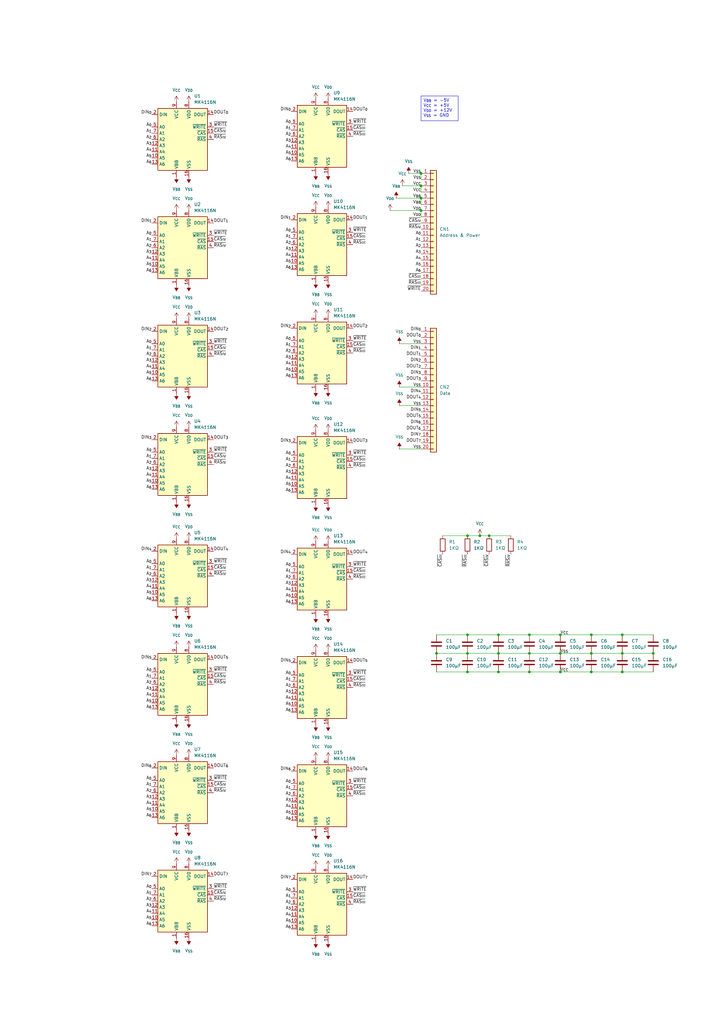
<source format=kicad_sch>
(kicad_sch (version 20250114) (generator "eeschema") (generator_version "9.0")
  (paper "A3" portrait)
  (title_block (title "Sharp MZ-80B Internal RAM Expansion") (date "7/FEB/2026") (rev "A") (company "Brett Hallen") (comment 4 "Redrawn from Service Manual schematic"))
  (lib_symbols
    (symbol "Connector_Generic:Conn_01x20" (pin_names (offset 1.016) (hide yes))
      (property "Reference" "J" (at 0 25.4 0))
      (property "Value" "Conn_01x20" (at 0 -27.94 0))
      (symbol "Conn_01x20_1_1"
        (pin passive line (at -5.08 22.86 0) (length 3.81) (name "Pin_1") (number "1"))
        (pin passive line (at -5.08 20.32 0) (length 3.81) (name "Pin_2") (number "2"))
        (pin passive line (at -5.08 17.78 0) (length 3.81) (name "Pin_3") (number "3"))
        (pin passive line (at -5.08 15.24 0) (length 3.81) (name "Pin_4") (number "4"))
        (pin passive line (at -5.08 12.7 0) (length 3.81) (name "Pin_5") (number "5"))
        (pin passive line (at -5.08 10.16 0) (length 3.81) (name "Pin_6") (number "6"))
        (pin passive line (at -5.08 7.62 0) (length 3.81) (name "Pin_7") (number "7"))
        (pin passive line (at -5.08 5.08 0) (length 3.81) (name "Pin_8") (number "8"))
        (pin passive line (at -5.08 2.54 0) (length 3.81) (name "Pin_9") (number "9"))
        (pin passive line (at -5.08 0 0) (length 3.81) (name "Pin_10") (number "10"))
        (pin passive line (at -5.08 -2.54 0) (length 3.81) (name "Pin_11") (number "11"))
        (pin passive line (at -5.08 -5.08 0) (length 3.81) (name "Pin_12") (number "12"))
        (pin passive line (at -5.08 -7.62 0) (length 3.81) (name "Pin_13") (number "13"))
        (pin passive line (at -5.08 -10.16 0) (length 3.81) (name "Pin_14") (number "14"))
        (pin passive line (at -5.08 -12.7 0) (length 3.81) (name "Pin_15") (number "15"))
        (pin passive line (at -5.08 -15.24 0) (length 3.81) (name "Pin_16") (number "16"))
        (pin passive line (at -5.08 -17.78 0) (length 3.81) (name "Pin_17") (number "17"))
        (pin passive line (at -5.08 -20.32 0) (length 3.81) (name "Pin_18") (number "18"))
        (pin passive line (at -5.08 -22.86 0) (length 3.81) (name "Pin_19") (number "19"))
        (pin passive line (at -5.08 -25.4 0) (length 3.81) (name "Pin_20") (number "20"))
      )
    )
    (symbol "Device:C" (pin_numbers (hide yes)) (pin_names (offset 0.254))
      (property "Reference" "C" (at 0.635 2.54 0))
      (property "Value" "C" (at 0.635 -2.54 0))
      (symbol "C_1_1"
        (pin passive line (at 0 3.81 270) (length 2.794) (name "~") (number "1"))
        (pin passive line (at 0 -3.81 90) (length 2.794) (name "~") (number "2"))
      )
    )
    (symbol "Device:R" (pin_numbers (hide yes)) (pin_names (offset 0))
      (property "Reference" "R" (at 2.032 0 90))
      (property "Value" "R" (at 0 0 90))
      (symbol "R_1_1"
        (pin passive line (at 0 3.81 270) (length 1.27) (name "~") (number "1"))
        (pin passive line (at 0 -3.81 90) (length 1.27) (name "~") (number "2"))
      )
    )
    (symbol "Memory_RAM:MK4116N"
      (property "Reference" "U" (at -10.16 13.335 0))
      (property "Value" "MK4116N" (at 5.08 13.716 0))
      (symbol "MK4116N_0_0"
        (pin power_in line (at -2.54 15.24 270) (length 2.54) (name "VCC") (number "9"))
        (pin power_in line (at -2.54 -15.24 90) (length 2.54) (name "VBB") (number "1"))
        (pin power_in line (at 2.54 15.24 270) (length 2.54) (name "VDD") (number "8"))
        (pin power_in line (at 2.54 -15.24 90) (length 2.54) (name "VSS") (number "16"))
      )
      (symbol "MK4116N_1_1"
        (pin input line (at -12.7 10.16 0) (length 2.54) (name "DIN") (number "2"))
        (pin input line (at -12.7 5.08 0) (length 2.54) (name "A0") (number "5"))
        (pin input line (at -12.7 2.54 0) (length 2.54) (name "A1") (number "7"))
        (pin input line (at -12.7 0 0) (length 2.54) (name "A2") (number "6"))
        (pin input line (at -12.7 -2.54 0) (length 2.54) (name "A3") (number "12"))
        (pin input line (at -12.7 -5.08 0) (length 2.54) (name "A4") (number "11"))
        (pin input line (at -12.7 -7.62 0) (length 2.54) (name "A5") (number "10"))
        (pin input line (at -12.7 -10.16 0) (length 2.54) (name "A6") (number "13"))
        (pin tri_state line (at 12.7 10.16 180) (length 2.54) (name "DOUT") (number "14"))
        (pin input line (at 12.7 5.08 180) (length 2.54) (name "~{WRITE}") (number "3"))
        (pin input line (at 12.7 2.54 180) (length 2.54) (name "~{CAS}") (number "15"))
        (pin input line (at 12.7 0 180) (length 2.54) (name "~{RAS}") (number "4"))
      )
    )
    (symbol "power:VCC" (power) (pin_numbers (hide yes)) (pin_names (offset 0) (hide yes))
      (property "Value" "VCC" (at 0 3.556 0))
      (symbol "VCC_1_1"
        (pin power_in line (at 0 0 90) (length 0) (name "~") (number "1"))
      )
    )
    (symbol "power:VDD" (power) (pin_numbers (hide yes)) (pin_names (offset 0) (hide yes))
      (property "Value" "VDD" (at 0 3.556 0))
      (symbol "VDD_1_1"
        (pin power_in line (at 0 0 90) (length 0) (name "~") (number "1"))
      )
    )
    (symbol "power:VSS" (power) (pin_numbers (hide yes)) (pin_names (offset 0) (hide yes))
      (property "Value" "VSS" (at 0 3.556 0))
      (symbol "VSS_1_1"
        (pin power_in line (at 0 0 90) (length 0) (name "~") (number "1"))
      )
    )
  )
  (text_box "V_{BB} = -5V\nV_{CC} = +5V\nV_{DD} = +12V\nV_{SS} = GND" (at 172.72 39.37 0) (size 15.24 10.16) (margins 0.9525 0.9525 0.9525 0.9525) (effects (font (size 1.27 1.27)) (justify left top)))
  (junction (at 255.27 267.97))
  (junction (at 191.77 267.97))
  (junction (at 229.87 275.59))
  (junction (at 242.57 260.35))
  (junction (at 196.85 219.71))
  (junction (at 191.77 260.35))
  (junction (at 179.07 267.97))
  (junction (at 172.72 81.28))
  (junction (at 191.77 219.71))
  (junction (at 267.97 267.97))
  (junction (at 172.72 76.2))
  (junction (at 242.57 275.59))
  (junction (at 229.87 260.35))
  (junction (at 217.17 260.35))
  (junction (at 172.72 86.36))
  (junction (at 204.47 275.59))
  (junction (at 255.27 275.59))
  (junction (at 229.87 267.97))
  (junction (at 217.17 275.59))
  (junction (at 217.17 267.97))
  (junction (at 200.66 219.71))
  (junction (at 204.47 267.97))
  (junction (at 172.72 71.12))
  (junction (at 191.77 275.59))
  (junction (at 204.47 260.35))
  (junction (at 242.57 267.97))
  (junction (at 255.27 260.35))
  (wire (pts (xy 172.72 81.28) (xy 172.72 83.82)))
  (wire (pts (xy 191.77 219.71) (xy 196.85 219.71)))
  (wire (pts (xy 165.1 76.2) (xy 172.72 76.2)))
  (wire (pts (xy 191.77 260.35) (xy 204.47 260.35)))
  (wire (pts (xy 229.87 275.59) (xy 242.57 275.59)))
  (wire (pts (xy 167.64 71.12) (xy 172.72 71.12)))
  (wire (pts (xy 179.07 275.59) (xy 191.77 275.59)))
  (wire (pts (xy 196.85 219.71) (xy 200.66 219.71)))
  (wire (pts (xy 242.57 267.97) (xy 255.27 267.97)))
  (wire (pts (xy 204.47 275.59) (xy 217.17 275.59)))
  (wire (pts (xy 217.17 267.97) (xy 229.87 267.97)))
  (wire (pts (xy 172.72 71.12) (xy 172.72 73.66)))
  (wire (pts (xy 204.47 267.97) (xy 217.17 267.97)))
  (wire (pts (xy 200.66 219.71) (xy 209.55 219.71)))
  (wire (pts (xy 255.27 260.35) (xy 267.97 260.35)))
  (wire (pts (xy 191.77 267.97) (xy 204.47 267.97)))
  (wire (pts (xy 163.83 140.97) (xy 172.72 140.97)))
  (wire (pts (xy 179.07 260.35) (xy 191.77 260.35)))
  (wire (pts (xy 242.57 260.35) (xy 255.27 260.35)))
  (wire (pts (xy 255.27 275.59) (xy 267.97 275.59)))
  (wire (pts (xy 172.72 86.36) (xy 172.72 88.9)))
  (wire (pts (xy 204.47 260.35) (xy 217.17 260.35)))
  (wire (pts (xy 191.77 275.59) (xy 204.47 275.59)))
  (wire (pts (xy 172.72 76.2) (xy 172.72 78.74)))
  (wire (pts (xy 163.83 184.15) (xy 172.72 184.15)))
  (wire (pts (xy 181.61 219.71) (xy 191.77 219.71)))
  (wire (pts (xy 242.57 275.59) (xy 255.27 275.59)))
  (wire (pts (xy 255.27 267.97) (xy 267.97 267.97)))
  (wire (pts (xy 217.17 275.59) (xy 229.87 275.59)))
  (wire (pts (xy 229.87 260.35) (xy 242.57 260.35)))
  (wire (pts (xy 162.56 81.28) (xy 172.72 81.28)))
  (wire (pts (xy 160.02 86.36) (xy 172.72 86.36)))
  (wire (pts (xy 163.83 158.75) (xy 172.72 158.75)))
  (wire (pts (xy 163.83 166.37) (xy 172.72 166.37)))
  (wire (pts (xy 229.87 267.97) (xy 242.57 267.97)))
  (wire (pts (xy 179.07 267.97) (xy 191.77 267.97)))
  (wire (pts (xy 217.17 260.35) (xy 229.87 260.35)))
  (label "A_{5}" (at 62.23 332.74 180))
  (label "A_{4}" (at 62.23 330.2 180))
  (label "~{RAS_{IV}}" (at 172.72 93.98 180))
  (label "A_{3}" (at 119.38 284.48 180))
  (label "V_{SS}" (at 172.72 140.97 180))
  (label "A_{3}" (at 119.38 102.87 180))
  (label "A_{3}" (at 62.23 148.59 180))
  (label "~{CAS_{III}}" (at 144.78 279.4 0))
  (label "DIN_{1}" (at 172.72 143.51 180))
  (label "DIN_{2}" (at 172.72 148.59 180))
  (label "A_{3}" (at 119.38 240.03 180))
  (label "~{WRITE}" (at 144.78 232.41 0))
  (label "~{WRITE}" (at 87.63 185.42 0))
  (label "~{WRITE}" (at 144.78 50.8 0))
  (label "~{RAS_{IV}}" (at 87.63 325.12 0))
  (label "A_{6}" (at 119.38 247.65 180))
  (label "~{RAS_{IV}}" (at 87.63 190.5 0))
  (label "~{WRITE}" (at 87.63 96.52 0))
  (label "~{CAS_{III}}" (at 144.78 53.34 0))
  (label "A_{2}" (at 119.38 237.49 180))
  (label "~{CAS_{IV}}" (at 87.63 367.03 0))
  (label "~{WRITE}" (at 144.78 139.7 0))
  (label "A_{1}" (at 62.23 278.13 180))
  (label "A_{4}" (at 62.23 374.65 180))
  (label "~{CAS_{III}}" (at 144.78 323.85 0))
  (label "V_{SS}" (at 229.87 267.97 0))
  (label "A_{5}" (at 62.23 243.84 180))
  (label "DOUT_{3}" (at 87.63 180.34 0))
  (label "A_{5}" (at 62.23 288.29 180))
  (label "A_{2}" (at 172.72 101.6 180))
  (label "DIN_{0}" (at 172.72 135.89 180))
  (label "~{CAS_{IV}}" (at 172.72 91.44 180))
  (label "~{WRITE}" (at 144.78 365.76 0))
  (label "DIN_{5}" (at 119.38 271.78 180))
  (label "A_{6}" (at 62.23 290.83 180))
  (label "A_{1}" (at 62.23 233.68 180))
  (label "V_{BB}" (at 172.72 83.82 180))
  (label "DOUT_{5}" (at 144.78 271.78 0))
  (label "~{WRITE}" (at 87.63 275.59 0))
  (label "A_{2}" (at 62.23 101.6 180))
  (label "V_{CC}" (at 229.87 260.35 0))
  (label "~{RAS_{III}}" (at 144.78 370.84 0))
  (label "A_{4}" (at 62.23 195.58 180))
  (label "A_{1}" (at 62.23 367.03 180))
  (label "DOUT_{5}" (at 172.72 171.45 180))
  (label "A_{2}" (at 62.23 236.22 180))
  (label "DOUT_{2}" (at 144.78 134.62 0))
  (label "DIN_{3}" (at 62.23 180.34 180))
  (label "DOUT_{5}" (at 87.63 270.51 0))
  (label "A_{1}" (at 62.23 187.96 180))
  (label "V_{CC}" (at 229.87 275.59 0))
  (label "A_{5}" (at 119.38 152.4 180))
  (label "DOUT_{1}" (at 172.72 146.05 180))
  (label "A_{1}" (at 62.23 322.58 180))
  (label "A_{1}" (at 62.23 99.06 180))
  (label "A_{1}" (at 62.23 54.61 180))
  (label "A_{4}" (at 119.38 287.02 180))
  (label "A_{2}" (at 62.23 57.15 180))
  (label "A_{6}" (at 62.23 111.76 180))
  (label "A_{1}" (at 119.38 189.23 180))
  (label "DIN_{7}" (at 172.72 179.07 180))
  (label "~{CAS_{III}}" (at 144.78 189.23 0))
  (label "DIN_{3}" (at 119.38 181.61 180))
  (label "A_{3}" (at 62.23 193.04 180))
  (label "A_{5}" (at 62.23 64.77 180))
  (label "~{CAS_{IV}}" (at 87.63 233.68 0))
  (label "A_{3}" (at 62.23 59.69 180))
  (label "~{WRITE}" (at 87.63 52.07 0))
  (label "A_{3}" (at 119.38 194.31 180))
  (label "~{RAS_{IV}}" (at 87.63 280.67 0))
  (label "~{CAS_{III}}" (at 144.78 142.24 0))
  (label "A_{6}" (at 119.38 336.55 180))
  (label "A_{0}" (at 62.23 364.49 180))
  (label "V_{CC}" (at 172.72 76.2 180))
  (label "V_{SS}" (at 172.72 184.15 180))
  (label "DOUT_{6}" (at 172.72 176.53 180))
  (label "A_{3}" (at 62.23 372.11 180))
  (label "DOUT_{0}" (at 172.72 138.43 180))
  (label "A_{4}" (at 119.38 105.41 180))
  (label "A_{2}" (at 119.38 144.78 180))
  (label "A_{6}" (at 62.23 335.28 180))
  (label "V_{SS}" (at 172.72 73.66 180))
  (label "~{CAS_{III}}" (at 144.78 368.3 0))
  (label "~{CAS_{III}}" (at 144.78 97.79 0))
  (label "A_{0}" (at 119.38 232.41 180))
  (label "A_{3}" (at 62.23 104.14 180))
  (label "A_{5}" (at 119.38 245.11 180))
  (label "DIN_{3}" (at 172.72 153.67 180))
  (label "A_{1}" (at 62.23 143.51 180))
  (label "A_{0}" (at 119.38 276.86 180))
  (label "A_{5}" (at 119.38 63.5 180))
  (label "~{WRITE}" (at 144.78 321.31 0))
  (label "A_{2}" (at 62.23 369.57 180))
  (label "DOUT_{7}" (at 172.72 181.61 180))
  (label "~{CAS_{IV}}" (at 87.63 99.06 0))
  (label "A_{0}" (at 119.38 50.8 180))
  (label "A_{4}" (at 62.23 285.75 180))
  (label "A_{5}" (at 172.72 109.22 180))
  (label "A_{3}" (at 172.72 104.14 180))
  (label "DIN_{0}" (at 62.23 46.99 180))
  (label "A_{0}" (at 62.23 185.42 180))
  (label "DOUT_{0}" (at 144.78 45.72 0))
  (label "A_{4}" (at 62.23 62.23 180))
  (label "V_{DD}" (at 172.72 86.36 180))
  (label "A_{3}" (at 119.38 373.38 180))
  (label "A_{6}" (at 119.38 292.1 180))
  (label "~{WRITE}" (at 172.72 119.38 180))
  (label "~{RAS_{III}}" (at 144.78 326.39 0))
  (label "DIN_{4}" (at 62.23 226.06 180))
  (label "A_{2}" (at 119.38 100.33 180))
  (label "~{CAS_{III}}" (at 181.61 227.33 270))
  (label "~{WRITE}" (at 144.78 186.69 0))
  (label "V_{DD}" (at 172.72 88.9 180))
  (label "~{RAS_{III}}" (at 144.78 100.33 0))
  (label "A_{6}" (at 172.72 111.76 180))
  (label "DOUT_{6}" (at 144.78 316.23 0))
  (label "A_{0}" (at 119.38 95.25 180))
  (label "A_{5}" (at 119.38 199.39 180))
  (label "~{WRITE}" (at 87.63 140.97 0))
  (label "A_{4}" (at 119.38 196.85 180))
  (label "A_{6}" (at 119.38 110.49 180))
  (label "~{WRITE}" (at 144.78 95.25 0))
  (label "~{RAS_{III}}" (at 191.77 227.33 270))
  (label "A_{6}" (at 62.23 67.31 180))
  (label "DOUT_{1}" (at 87.63 91.44 0))
  (label "A_{3}" (at 119.38 58.42 180))
  (label "DOUT_{3}" (at 144.78 181.61 0))
  (label "V_{SS}" (at 172.72 158.75 180))
  (label "DOUT_{4}" (at 144.78 227.33 0))
  (label "DIN_{1}" (at 62.23 91.44 180))
  (label "DIN_{2}" (at 62.23 135.89 180))
  (label "A_{5}" (at 119.38 289.56 180))
  (label "A_{5}" (at 119.38 378.46 180))
  (label "A_{1}" (at 119.38 53.34 180))
  (label "A_{2}" (at 119.38 191.77 180))
  (label "DIN_{6}" (at 62.23 314.96 180))
  (label "A_{0}" (at 119.38 365.76 180))
  (label "DOUT_{0}" (at 87.63 46.99 0))
  (label "A_{0}" (at 62.23 275.59 180))
  (label "A_{2}" (at 119.38 281.94 180))
  (label "A_{6}" (at 62.23 156.21 180))
  (label "~{CAS_{III}}" (at 172.72 114.3 180))
  (label "A_{4}" (at 172.72 106.68 180))
  (label "A_{3}" (at 119.38 328.93 180))
  (label "A_{4}" (at 119.38 331.47 180))
  (label "~{RAS_{III}}" (at 144.78 144.78 0))
  (label "~{RAS_{IV}}" (at 87.63 101.6 0))
  (label "A_{2}" (at 62.23 325.12 180))
  (label "A_{2}" (at 62.23 190.5 180))
  (label "A_{0}" (at 119.38 321.31 180))
  (label "~{CAS_{III}}" (at 144.78 234.95 0))
  (label "A_{0}" (at 119.38 139.7 180))
  (label "A_{0}" (at 62.23 231.14 180))
  (label "A_{1}" (at 172.72 99.06 180))
  (label "A_{1}" (at 119.38 97.79 180))
  (label "A_{6}" (at 119.38 381 180))
  (label "~{CAS_{IV}}" (at 87.63 278.13 0))
  (label "A_{1}" (at 119.38 323.85 180))
  (label "DIN_{4}" (at 119.38 227.33 180))
  (label "DIN_{7}" (at 119.38 360.68 180))
  (label "V_{CC}" (at 172.72 78.74 180))
  (label "A_{4}" (at 62.23 241.3 180))
  (label "A_{4}" (at 119.38 149.86 180))
  (label "DIN_{2}" (at 119.38 134.62 180))
  (label "DIN_{7}" (at 62.23 359.41 180))
  (label "A_{0}" (at 62.23 320.04 180))
  (label "~{RAS_{IV}}" (at 87.63 146.05 0))
  (label "A_{0}" (at 62.23 96.52 180))
  (label "A_{4}" (at 62.23 106.68 180))
  (label "~{WRITE}" (at 144.78 276.86 0))
  (label "~{RAS_{III}}" (at 144.78 237.49 0))
  (label "~{CAS_{IV}}" (at 87.63 322.58 0))
  (label "A_{4}" (at 119.38 242.57 180))
  (label "A_{4}" (at 119.38 60.96 180))
  (label "A_{1}" (at 119.38 142.24 180))
  (label "A_{2}" (at 119.38 370.84 180))
  (label "~{RAS_{III}}" (at 144.78 55.88 0))
  (label "A_{1}" (at 119.38 234.95 180))
  (label "DOUT_{2}" (at 172.72 151.13 180))
  (label "A_{5}" (at 62.23 198.12 180))
  (label "A_{3}" (at 62.23 283.21 180))
  (label "A_{0}" (at 172.72 96.52 180))
  (label "DOUT_{3}" (at 172.72 156.21 180))
  (label "~{RAS_{IV}}" (at 209.55 227.33 270))
  (label "~{CAS_{IV}}" (at 87.63 54.61 0))
  (label "A_{0}" (at 119.38 186.69 180))
  (label "DIN_{1}" (at 119.38 90.17 180))
  (label "~{CAS_{IV}}" (at 87.63 187.96 0))
  (label "DOUT_{7}" (at 87.63 359.41 0))
  (label "DOUT_{7}" (at 144.78 360.68 0))
  (label "A_{5}" (at 62.23 153.67 180))
  (label "~{WRITE}" (at 87.63 320.04 0))
  (label "DIN_{0}" (at 119.38 45.72 180))
  (label "A_{6}" (at 119.38 201.93 180))
  (label "A_{2}" (at 119.38 55.88 180))
  (label "DOUT_{4}" (at 87.63 226.06 0))
  (label "~{RAS_{IV}}" (at 87.63 369.57 0))
  (label "DOUT_{2}" (at 87.63 135.89 0))
  (label "~{WRITE}" (at 87.63 231.14 0))
  (label "~{RAS_{IV}}" (at 87.63 57.15 0))
  (label "~{CAS_{IV}}" (at 200.66 227.33 270))
  (label "DIN_{5}" (at 62.23 270.51 180))
  (label "A_{6}" (at 119.38 154.94 180))
  (label "~{RAS_{III}}" (at 144.78 281.94 0))
  (label "A_{3}" (at 62.23 238.76 180))
  (label "~{RAS_{III}}" (at 172.72 116.84 180))
  (label "DIN_{6}" (at 119.38 316.23 180))
  (label "V_{BB}" (at 172.72 81.28 180))
  (label "A_{6}" (at 62.23 379.73 180))
  (label "A_{2}" (at 62.23 146.05 180))
  (label "A_{1}" (at 119.38 279.4 180))
  (label "A_{4}" (at 62.23 151.13 180))
  (label "DIN_{5}" (at 172.72 168.91 180))
  (label "DOUT_{6}" (at 87.63 314.96 0))
  (label "~{RAS_{III}}" (at 144.78 191.77 0))
  (label "A_{0}" (at 62.23 140.97 180))
  (label "A_{5}" (at 119.38 334.01 180))
  (label "~{RAS_{IV}}" (at 87.63 236.22 0))
  (label "A_{4}" (at 119.38 375.92 180))
  (label "A_{3}" (at 62.23 327.66 180))
  (label "A_{2}" (at 119.38 326.39 180))
  (label "~{WRITE}" (at 87.63 364.49 0))
  (label "A_{6}" (at 62.23 200.66 180))
  (label "DIN_{6}" (at 172.72 173.99 180))
  (label "DIN_{4}" (at 172.72 161.29 180))
  (label "A_{3}" (at 119.38 147.32 180))
  (label "A_{6}" (at 119.38 66.04 180))
  (label "A_{5}" (at 62.23 377.19 180))
  (label "DOUT_{4}" (at 172.72 163.83 180))
  (label "A_{5}" (at 119.38 107.95 180))
  (label "A_{2}" (at 62.23 280.67 180))
  (label "DOUT_{1}" (at 144.78 90.17 0))
  (label "A_{0}" (at 62.23 52.07 180))
  (label "V_{SS}" (at 172.72 71.12 180))
  (label "A_{6}" (at 62.23 246.38 180))
  (label "A_{1}" (at 119.38 368.3 180))
  (label "V_{SS}" (at 172.72 166.37 180))
  (label "~{CAS_{IV}}" (at 87.63 143.51 0))
  (label "A_{5}" (at 62.23 109.22 180))
  (symbol (lib_id "power:VSS") (at 134.62 386.08 180) (unit 1)
    (property "Reference" "#PWR064" (effects (hide yes)))
    (property "Value" "V_{SS}" (at 134.62 391.16 0))
    (property "Description" "Power symbol creates a global label with name \"VSS\"" (effects (hide yes)))
  )
  (symbol (lib_id "Memory_RAM:MK4116N") (at 132.08 370.84 0) (unit 1)
    (property "Reference" "U16" (at 136.7633 353.06 0) (effects (justify left)))
    (property "Value" "MK4116N" (at 136.7633 355.6 0) (effects (justify left)))
    (property "Footprint" "Package_DIP:DIP-16_W7.62mm" (effects (hide yes)))
    (property "Datasheet" "https://deramp.com/downloads/mfe_archive/050-Component%20Specifications/Mostek/1980_Mostek_Memory_Data_Book_and_Designers_Guide.pdf#page=98" (effects (hide yes)))
    (property "Description" "16384 x 1 bit Dynamic RAM, 150/200/250ns access time, VBB -5V, VCC 5V, VDD 12V, ±10% tolerance on all power supplies, TTL compatible inputs, DIP-16 (Epoxy/Plastic package)" (effects (hide yes)))
  )
  (symbol (lib_id "Memory_RAM:MK4116N") (at 132.08 326.39 0) (unit 1)
    (property "Reference" "U15" (at 136.7633 308.61 0) (effects (justify left)))
    (property "Value" "MK4116N" (at 136.7633 311.15 0) (effects (justify left)))
    (property "Footprint" "Package_DIP:DIP-16_W7.62mm" (effects (hide yes)))
    (property "Datasheet" "https://deramp.com/downloads/mfe_archive/050-Component%20Specifications/Mostek/1980_Mostek_Memory_Data_Book_and_Designers_Guide.pdf#page=98" (effects (hide yes)))
    (property "Description" "16384 x 1 bit Dynamic RAM, 150/200/250ns access time, VBB -5V, VCC 5V, VDD 12V, ±10% tolerance on all power supplies, TTL compatible inputs, DIP-16 (Epoxy/Plastic package)" (effects (hide yes)))
  )
  (symbol (lib_id "power:VDD") (at 77.47 175.26 0) (unit 1)
    (property "Reference" "#PWR014" (effects (hide yes)))
    (property "Value" "V_{DD}" (at 77.47 170.18 0))
    (property "Description" "Power symbol creates a global label with name \"VDD\"" (effects (hide yes)))
  )
  (symbol (lib_id "Memory_RAM:MK4116N") (at 74.93 369.57 0) (unit 1)
    (property "Reference" "U8" (at 79.6133 351.79 0) (effects (justify left)))
    (property "Value" "MK4116N" (at 79.6133 354.33 0) (effects (justify left)))
    (property "Footprint" "Package_DIP:DIP-16_W7.62mm" (effects (hide yes)))
    (property "Datasheet" "https://deramp.com/downloads/mfe_archive/050-Component%20Specifications/Mostek/1980_Mostek_Memory_Data_Book_and_Designers_Guide.pdf#page=98" (effects (hide yes)))
    (property "Description" "16384 x 1 bit Dynamic RAM, 150/200/250ns access time, VBB -5V, VCC 5V, VDD 12V, ±10% tolerance on all power supplies, TTL compatible inputs, DIP-16 (Epoxy/Plastic package)" (effects (hide yes)))
  )
  (symbol (lib_id "power:VSS") (at 72.39 161.29 180) (unit 1)
    (property "Reference" "#PWR011" (effects (hide yes)))
    (property "Value" "V_{BB}" (at 72.39 166.37 0))
    (property "Description" "Power symbol creates a global label with name \"VSS\"" (effects (hide yes)))
  )
  (symbol (lib_id "power:VSS") (at 72.39 295.91 180) (unit 1)
    (property "Reference" "#PWR023" (effects (hide yes)))
    (property "Value" "V_{BB}" (at 72.39 300.99 0))
    (property "Description" "Power symbol creates a global label with name \"VSS\"" (effects (hide yes)))
  )
  (symbol (lib_id "power:VSS") (at 129.54 341.63 180) (unit 1)
    (property "Reference" "#PWR059" (effects (hide yes)))
    (property "Value" "V_{BB}" (at 129.54 346.71 0))
    (property "Description" "Power symbol creates a global label with name \"VSS\"" (effects (hide yes)))
  )
  (symbol (lib_id "power:VSS") (at 72.39 205.74 180) (unit 1)
    (property "Reference" "#PWR015" (effects (hide yes)))
    (property "Value" "V_{BB}" (at 72.39 210.82 0))
    (property "Description" "Power symbol creates a global label with name \"VSS\"" (effects (hide yes)))
  )
  (symbol (lib_id "power:VDD") (at 77.47 220.98 0) (unit 1)
    (property "Reference" "#PWR018" (effects (hide yes)))
    (property "Value" "V_{DD}" (at 77.47 215.9 0))
    (property "Description" "Power symbol creates a global label with name \"VDD\"" (effects (hide yes)))
  )
  (symbol (lib_id "power:VSS") (at 129.54 207.01 180) (unit 1)
    (property "Reference" "#PWR047" (effects (hide yes)))
    (property "Value" "V_{BB}" (at 129.54 212.09 0))
    (property "Description" "Power symbol creates a global label with name \"VSS\"" (effects (hide yes)))
  )
  (symbol (lib_id "power:VCC") (at 165.1 76.2 0) (unit 1)
    (property "Reference" "#PWR067" (effects (hide yes)))
    (property "Value" "V_{CC}" (at 165.1 71.12 0))
    (property "Description" "Power symbol creates a global label with name \"VCC\"" (effects (hide yes)))
  )
  (symbol (lib_id "power:VDD") (at 134.62 85.09 0) (unit 1)
    (property "Reference" "#PWR038" (effects (hide yes)))
    (property "Value" "V_{DD}" (at 134.62 80.01 0))
    (property "Description" "Power symbol creates a global label with name \"VDD\"" (effects (hide yes)))
  )
  (symbol (lib_id "Device:C") (at 191.77 271.78 0) (unit 1)
    (property "Reference" "C10" (at 195.58 270.5099 0) (effects (justify left)))
    (property "Value" "100µF" (at 195.58 273.0499 0) (effects (justify left)))
    (property "Footprint" "Capacitor_THT:C_Disc_D3.4mm_W2.1mm_P2.50mm" (effects (hide yes)))
    (property "Description" "Unpolarized capacitor" (effects (hide yes)))
  )
  (symbol (lib_id "Device:C") (at 217.17 271.78 0) (unit 1)
    (property "Reference" "C12" (at 220.98 270.5099 0) (effects (justify left)))
    (property "Value" "100µF" (at 220.98 273.0499 0) (effects (justify left)))
    (property "Footprint" "Capacitor_THT:C_Disc_D3.4mm_W2.1mm_P2.50mm" (effects (hide yes)))
    (property "Description" "Unpolarized capacitor" (effects (hide yes)))
  )
  (symbol (lib_id "Memory_RAM:MK4116N") (at 132.08 237.49 0) (unit 1)
    (property "Reference" "U13" (at 136.7633 219.71 0) (effects (justify left)))
    (property "Value" "MK4116N" (at 136.7633 222.25 0) (effects (justify left)))
    (property "Footprint" "Package_DIP:DIP-16_W7.62mm" (effects (hide yes)))
    (property "Datasheet" "https://deramp.com/downloads/mfe_archive/050-Component%20Specifications/Mostek/1980_Mostek_Memory_Data_Book_and_Designers_Guide.pdf#page=98" (effects (hide yes)))
    (property "Description" "16384 x 1 bit Dynamic RAM, 150/200/250ns access time, VBB -5V, VCC 5V, VDD 12V, ±10% tolerance on all power supplies, TTL compatible inputs, DIP-16 (Epoxy/Plastic package)" (effects (hide yes)))
  )
  (symbol (lib_id "Device:C") (at 255.27 271.78 0) (unit 1)
    (property "Reference" "C15" (at 259.08 270.5099 0) (effects (justify left)))
    (property "Value" "100µF" (at 259.08 273.0499 0) (effects (justify left)))
    (property "Footprint" "Capacitor_THT:C_Disc_D3.4mm_W2.1mm_P2.50mm" (effects (hide yes)))
    (property "Description" "Unpolarized capacitor" (effects (hide yes)))
  )
  (symbol (lib_id "Device:C") (at 267.97 264.16 0) (unit 1)
    (property "Reference" "C8" (at 271.78 262.8899 0) (effects (justify left)))
    (property "Value" "100µF" (at 271.78 265.4299 0) (effects (justify left)))
    (property "Footprint" "Capacitor_THT:C_Disc_D3.4mm_W2.1mm_P2.50mm" (effects (hide yes)))
    (property "Description" "Unpolarized capacitor" (effects (hide yes)))
  )
  (symbol (lib_id "Device:C") (at 179.07 264.16 0) (unit 1)
    (property "Reference" "C1" (at 182.88 262.8899 0) (effects (justify left)))
    (property "Value" "100µF" (at 182.88 265.4299 0) (effects (justify left)))
    (property "Footprint" "Capacitor_THT:C_Disc_D3.4mm_W2.1mm_P2.50mm" (effects (hide yes)))
    (property "Description" "Unpolarized capacitor" (effects (hide yes)))
  )
  (symbol (lib_id "power:VCC") (at 129.54 176.53 0) (unit 1)
    (property "Reference" "#PWR045" (effects (hide yes)))
    (property "Value" "V_{CC}" (at 129.54 171.45 0))
    (property "Description" "Power symbol creates a global label with name \"VCC\"" (effects (hide yes)))
  )
  (symbol (lib_id "power:VSS") (at 129.54 115.57 180) (unit 1)
    (property "Reference" "#PWR039" (effects (hide yes)))
    (property "Value" "V_{BB}" (at 129.54 120.65 0))
    (property "Description" "Power symbol creates a global label with name \"VSS\"" (effects (hide yes)))
  )
  (symbol (lib_id "power:VSS") (at 129.54 71.12 180) (unit 1)
    (property "Reference" "#PWR035" (effects (hide yes)))
    (property "Value" "V_{BB}" (at 129.54 76.2 0))
    (property "Description" "Power symbol creates a global label with name \"VSS\"" (effects (hide yes)))
  )
  (symbol (lib_id "power:VSS") (at 163.83 184.15 0) (unit 1)
    (property "Reference" "#PWR073" (effects (hide yes)))
    (property "Value" "V_{SS}" (at 163.83 179.07 0))
    (property "Description" "Power symbol creates a global label with name \"VSS\"" (effects (hide yes)))
  )
  (symbol (lib_id "power:VCC") (at 72.39 309.88 0) (unit 1)
    (property "Reference" "#PWR025" (effects (hide yes)))
    (property "Value" "V_{CC}" (at 72.39 304.8 0))
    (property "Description" "Power symbol creates a global label with name \"VCC\"" (effects (hide yes)))
  )
  (symbol (lib_id "Memory_RAM:MK4116N") (at 74.93 280.67 0) (unit 1)
    (property "Reference" "U6" (at 79.6133 262.89 0) (effects (justify left)))
    (property "Value" "MK4116N" (at 79.6133 265.43 0) (effects (justify left)))
    (property "Footprint" "Package_DIP:DIP-16_W7.62mm" (effects (hide yes)))
    (property "Datasheet" "https://deramp.com/downloads/mfe_archive/050-Component%20Specifications/Mostek/1980_Mostek_Memory_Data_Book_and_Designers_Guide.pdf#page=98" (effects (hide yes)))
    (property "Description" "16384 x 1 bit Dynamic RAM, 150/200/250ns access time, VBB -5V, VCC 5V, VDD 12V, ±10% tolerance on all power supplies, TTL compatible inputs, DIP-16 (Epoxy/Plastic package)" (effects (hide yes)))
  )
  (symbol (lib_id "power:VDD") (at 160.02 86.36 0) (unit 1)
    (property "Reference" "#PWR069" (effects (hide yes)))
    (property "Value" "V_{DD}" (at 160.02 81.28 0))
    (property "Description" "Power symbol creates a global label with name \"VDD\"" (effects (hide yes)))
  )
  (symbol (lib_id "Device:C") (at 204.47 271.78 0) (unit 1)
    (property "Reference" "C11" (at 208.28 270.5099 0) (effects (justify left)))
    (property "Value" "100µF" (at 208.28 273.0499 0) (effects (justify left)))
    (property "Footprint" "Capacitor_THT:C_Disc_D3.4mm_W2.1mm_P2.50mm" (effects (hide yes)))
    (property "Description" "Unpolarized capacitor" (effects (hide yes)))
  )
  (symbol (lib_id "power:VCC") (at 72.39 175.26 0) (unit 1)
    (property "Reference" "#PWR013" (effects (hide yes)))
    (property "Value" "V_{CC}" (at 72.39 170.18 0))
    (property "Description" "Power symbol creates a global label with name \"VCC\"" (effects (hide yes)))
  )
  (symbol (lib_id "power:VSS") (at 162.56 81.28 0) (unit 1)
    (property "Reference" "#PWR068" (effects (hide yes)))
    (property "Value" "V_{BB}" (at 162.56 76.2 0))
    (property "Description" "Power symbol creates a global label with name \"VSS\"" (effects (hide yes)))
  )
  (symbol (lib_id "power:VCC") (at 129.54 40.64 0) (unit 1)
    (property "Reference" "#PWR033" (effects (hide yes)))
    (property "Value" "V_{CC}" (at 129.54 35.56 0))
    (property "Description" "Power symbol creates a global label with name \"VCC\"" (effects (hide yes)))
  )
  (symbol (lib_id "Connector_Generic:Conn_01x20") (at 177.8 158.75 0) (unit 1)
    (property "Reference" "CN2" (at 180.34 158.7499 0) (effects (justify left)))
    (property "Value" "Data" (at 180.34 161.2899 0) (effects (justify left)))
    (property "Footprint" "Connector_PinHeader_2.54mm:PinHeader_1x20_P2.54mm_Vertical" (effects (hide yes)))
    (property "Description" "Generic connector, single row, 01x20, script generated (kicad-library-utils/schlib/autogen/connector/)" (effects (hide yes)))
  )
  (symbol (lib_id "power:VSS") (at 129.54 386.08 180) (unit 1)
    (property "Reference" "#PWR063" (effects (hide yes)))
    (property "Value" "V_{BB}" (at 129.54 391.16 0))
    (property "Description" "Power symbol creates a global label with name \"VSS\"" (effects (hide yes)))
  )
  (symbol (lib_id "power:VDD") (at 134.62 222.25 0) (unit 1)
    (property "Reference" "#PWR050" (effects (hide yes)))
    (property "Value" "V_{DD}" (at 134.62 217.17 0))
    (property "Description" "Power symbol creates a global label with name \"VDD\"" (effects (hide yes)))
  )
  (symbol (lib_id "power:VSS") (at 134.62 297.18 180) (unit 1)
    (property "Reference" "#PWR056" (effects (hide yes)))
    (property "Value" "V_{SS}" (at 134.62 302.26 0))
    (property "Description" "Power symbol creates a global label with name \"VSS\"" (effects (hide yes)))
  )
  (symbol (lib_id "power:VDD") (at 77.47 265.43 0) (unit 1)
    (property "Reference" "#PWR022" (effects (hide yes)))
    (property "Value" "V_{DD}" (at 77.47 260.35 0))
    (property "Description" "Power symbol creates a global label with name \"VDD\"" (effects (hide yes)))
  )
  (symbol (lib_id "Device:C") (at 179.07 271.78 0) (unit 1)
    (property "Reference" "C9" (at 182.88 270.5099 0) (effects (justify left)))
    (property "Value" "100µF" (at 182.88 273.0499 0) (effects (justify left)))
    (property "Footprint" "Capacitor_THT:C_Disc_D3.4mm_W2.1mm_P2.50mm" (effects (hide yes)))
    (property "Description" "Unpolarized capacitor" (effects (hide yes)))
  )
  (symbol (lib_id "power:VSS") (at 134.62 115.57 180) (unit 1)
    (property "Reference" "#PWR040" (effects (hide yes)))
    (property "Value" "V_{SS}" (at 134.62 120.65 0))
    (property "Description" "Power symbol creates a global label with name \"VSS\"" (effects (hide yes)))
  )
  (symbol (lib_id "Device:C") (at 267.97 271.78 0) (unit 1)
    (property "Reference" "C16" (at 271.78 270.5099 0) (effects (justify left)))
    (property "Value" "100µF" (at 271.78 273.0499 0) (effects (justify left)))
    (property "Footprint" "Capacitor_THT:C_Disc_D3.4mm_W2.1mm_P2.50mm" (effects (hide yes)))
    (property "Description" "Unpolarized capacitor" (effects (hide yes)))
  )
  (symbol (lib_id "power:VSS") (at 77.47 384.81 180) (unit 1)
    (property "Reference" "#PWR032" (effects (hide yes)))
    (property "Value" "V_{SS}" (at 77.47 389.89 0))
    (property "Description" "Power symbol creates a global label with name \"VSS\"" (effects (hide yes)))
  )
  (symbol (lib_id "power:VSS") (at 163.83 158.75 0) (unit 1)
    (property "Reference" "#PWR071" (effects (hide yes)))
    (property "Value" "V_{SS}" (at 163.83 153.67 0))
    (property "Description" "Power symbol creates a global label with name \"VSS\"" (effects (hide yes)))
  )
  (symbol (lib_id "power:VDD") (at 77.47 41.91 0) (unit 1)
    (property "Reference" "#PWR02" (effects (hide yes)))
    (property "Value" "V_{DD}" (at 77.47 36.83 0))
    (property "Description" "Power symbol creates a global label with name \"VDD\"" (effects (hide yes)))
  )
  (symbol (lib_id "power:VDD") (at 134.62 176.53 0) (unit 1)
    (property "Reference" "#PWR046" (effects (hide yes)))
    (property "Value" "V_{DD}" (at 134.62 171.45 0))
    (property "Description" "Power symbol creates a global label with name \"VDD\"" (effects (hide yes)))
  )
  (symbol (lib_id "power:VDD") (at 77.47 354.33 0) (unit 1)
    (property "Reference" "#PWR030" (effects (hide yes)))
    (property "Value" "V_{DD}" (at 77.47 349.25 0))
    (property "Description" "Power symbol creates a global label with name \"VDD\"" (effects (hide yes)))
  )
  (symbol (lib_id "Device:C") (at 217.17 264.16 0) (unit 1)
    (property "Reference" "C4" (at 220.98 262.8899 0) (effects (justify left)))
    (property "Value" "100µF" (at 220.98 265.4299 0) (effects (justify left)))
    (property "Footprint" "Capacitor_THT:C_Disc_D3.4mm_W2.1mm_P2.50mm" (effects (hide yes)))
    (property "Description" "Unpolarized capacitor" (effects (hide yes)))
  )
  (symbol (lib_id "Memory_RAM:MK4116N") (at 132.08 100.33 0) (unit 1)
    (property "Reference" "U10" (at 136.7633 82.55 0) (effects (justify left)))
    (property "Value" "MK4116N" (at 136.7633 85.09 0) (effects (justify left)))
    (property "Footprint" "Package_DIP:DIP-16_W7.62mm" (effects (hide yes)))
    (property "Datasheet" "https://deramp.com/downloads/mfe_archive/050-Component%20Specifications/Mostek/1980_Mostek_Memory_Data_Book_and_Designers_Guide.pdf#page=98" (effects (hide yes)))
    (property "Description" "16384 x 1 bit Dynamic RAM, 150/200/250ns access time, VBB -5V, VCC 5V, VDD 12V, ±10% tolerance on all power supplies, TTL compatible inputs, DIP-16 (Epoxy/Plastic package)" (effects (hide yes)))
  )
  (symbol (lib_id "power:VCC") (at 72.39 220.98 0) (unit 1)
    (property "Reference" "#PWR017" (effects (hide yes)))
    (property "Value" "V_{CC}" (at 72.39 215.9 0))
    (property "Description" "Power symbol creates a global label with name \"VCC\"" (effects (hide yes)))
  )
  (symbol (lib_id "power:VCC") (at 129.54 355.6 0) (unit 1)
    (property "Reference" "#PWR061" (effects (hide yes)))
    (property "Value" "V_{CC}" (at 129.54 350.52 0))
    (property "Description" "Power symbol creates a global label with name \"VCC\"" (effects (hide yes)))
  )
  (symbol (lib_id "power:VDD") (at 77.47 130.81 0) (unit 1)
    (property "Reference" "#PWR010" (effects (hide yes)))
    (property "Value" "V_{DD}" (at 77.47 125.73 0))
    (property "Description" "Power symbol creates a global label with name \"VDD\"" (effects (hide yes)))
  )
  (symbol (lib_id "power:VCC") (at 196.85 219.71 0) (unit 1)
    (property "Reference" "#PWR065" (effects (hide yes)))
    (property "Value" "V_{CC}" (at 196.85 214.63 0))
    (property "Description" "Power symbol creates a global label with name \"VCC\"" (effects (hide yes)))
  )
  (symbol (lib_id "Memory_RAM:MK4116N") (at 132.08 144.78 0) (unit 1)
    (property "Reference" "U11" (at 136.7633 127 0) (effects (justify left)))
    (property "Value" "MK4116N" (at 136.7633 129.54 0) (effects (justify left)))
    (property "Footprint" "Package_DIP:DIP-16_W7.62mm" (effects (hide yes)))
    (property "Datasheet" "https://deramp.com/downloads/mfe_archive/050-Component%20Specifications/Mostek/1980_Mostek_Memory_Data_Book_and_Designers_Guide.pdf#page=98" (effects (hide yes)))
    (property "Description" "16384 x 1 bit Dynamic RAM, 150/200/250ns access time, VBB -5V, VCC 5V, VDD 12V, ±10% tolerance on all power supplies, TTL compatible inputs, DIP-16 (Epoxy/Plastic package)" (effects (hide yes)))
  )
  (symbol (lib_id "power:VCC") (at 129.54 85.09 0) (unit 1)
    (property "Reference" "#PWR037" (effects (hide yes)))
    (property "Value" "V_{CC}" (at 129.54 80.01 0))
    (property "Description" "Power symbol creates a global label with name \"VCC\"" (effects (hide yes)))
  )
  (symbol (lib_id "Device:C") (at 229.87 271.78 0) (unit 1)
    (property "Reference" "C13" (at 233.68 270.5099 0) (effects (justify left)))
    (property "Value" "100µF" (at 233.68 273.0499 0) (effects (justify left)))
    (property "Footprint" "Capacitor_THT:C_Disc_D3.4mm_W2.1mm_P2.50mm" (effects (hide yes)))
    (property "Description" "Unpolarized capacitor" (effects (hide yes)))
  )
  (symbol (lib_id "power:VSS") (at 134.62 71.12 180) (unit 1)
    (property "Reference" "#PWR036" (effects (hide yes)))
    (property "Value" "V_{SS}" (at 134.62 76.2 0))
    (property "Description" "Power symbol creates a global label with name \"VSS\"" (effects (hide yes)))
  )
  (symbol (lib_id "Memory_RAM:MK4116N") (at 74.93 236.22 0) (unit 1)
    (property "Reference" "U5" (at 79.6133 218.44 0) (effects (justify left)))
    (property "Value" "MK4116N" (at 79.6133 220.98 0) (effects (justify left)))
    (property "Footprint" "Package_DIP:DIP-16_W7.62mm" (effects (hide yes)))
    (property "Datasheet" "https://deramp.com/downloads/mfe_archive/050-Component%20Specifications/Mostek/1980_Mostek_Memory_Data_Book_and_Designers_Guide.pdf#page=98" (effects (hide yes)))
    (property "Description" "16384 x 1 bit Dynamic RAM, 150/200/250ns access time, VBB -5V, VCC 5V, VDD 12V, ±10% tolerance on all power supplies, TTL compatible inputs, DIP-16 (Epoxy/Plastic package)" (effects (hide yes)))
  )
  (symbol (lib_id "power:VSS") (at 129.54 160.02 180) (unit 1)
    (property "Reference" "#PWR043" (effects (hide yes)))
    (property "Value" "V_{BB}" (at 129.54 165.1 0))
    (property "Description" "Power symbol creates a global label with name \"VSS\"" (effects (hide yes)))
  )
  (symbol (lib_id "power:VCC") (at 129.54 222.25 0) (unit 1)
    (property "Reference" "#PWR049" (effects (hide yes)))
    (property "Value" "V_{CC}" (at 129.54 217.17 0))
    (property "Description" "Power symbol creates a global label with name \"VCC\"" (effects (hide yes)))
  )
  (symbol (lib_id "Memory_RAM:MK4116N") (at 74.93 190.5 0) (unit 1)
    (property "Reference" "U4" (at 79.6133 172.72 0) (effects (justify left)))
    (property "Value" "MK4116N" (at 79.6133 175.26 0) (effects (justify left)))
    (property "Footprint" "Package_DIP:DIP-16_W7.62mm" (effects (hide yes)))
    (property "Datasheet" "https://deramp.com/downloads/mfe_archive/050-Component%20Specifications/Mostek/1980_Mostek_Memory_Data_Book_and_Designers_Guide.pdf#page=98" (effects (hide yes)))
    (property "Description" "16384 x 1 bit Dynamic RAM, 150/200/250ns access time, VBB -5V, VCC 5V, VDD 12V, ±10% tolerance on all power supplies, TTL compatible inputs, DIP-16 (Epoxy/Plastic package)" (effects (hide yes)))
  )
  (symbol (lib_id "power:VCC") (at 72.39 265.43 0) (unit 1)
    (property "Reference" "#PWR021" (effects (hide yes)))
    (property "Value" "V_{CC}" (at 72.39 260.35 0))
    (property "Description" "Power symbol creates a global label with name \"VCC\"" (effects (hide yes)))
  )
  (symbol (lib_id "power:VSS") (at 77.47 72.39 180) (unit 1)
    (property "Reference" "#PWR03" (effects (hide yes)))
    (property "Value" "V_{SS}" (at 77.47 77.47 0))
    (property "Description" "Power symbol creates a global label with name \"VSS\"" (effects (hide yes)))
  )
  (symbol (lib_id "Device:R") (at 181.61 223.52 0) (unit 1)
    (property "Reference" "R1" (at 184.15 222.2499 0) (effects (justify left)))
    (property "Value" "1KΩ" (at 184.15 224.7899 0) (effects (justify left)))
    (property "Footprint" "Resistor_THT:R_Axial_DIN0207_L6.3mm_D2.5mm_P7.62mm_Horizontal" (effects (hide yes)))
    (property "Description" "Resistor" (effects (hide yes)))
  )
  (symbol (lib_id "Memory_RAM:MK4116N") (at 132.08 281.94 0) (unit 1)
    (property "Reference" "U14" (at 136.7633 264.16 0) (effects (justify left)))
    (property "Value" "MK4116N" (at 136.7633 266.7 0) (effects (justify left)))
    (property "Footprint" "Package_DIP:DIP-16_W7.62mm" (effects (hide yes)))
    (property "Datasheet" "https://deramp.com/downloads/mfe_archive/050-Component%20Specifications/Mostek/1980_Mostek_Memory_Data_Book_and_Designers_Guide.pdf#page=98" (effects (hide yes)))
    (property "Description" "16384 x 1 bit Dynamic RAM, 150/200/250ns access time, VBB -5V, VCC 5V, VDD 12V, ±10% tolerance on all power supplies, TTL compatible inputs, DIP-16 (Epoxy/Plastic package)" (effects (hide yes)))
  )
  (symbol (lib_id "power:VCC") (at 72.39 130.81 0) (unit 1)
    (property "Reference" "#PWR09" (effects (hide yes)))
    (property "Value" "V_{CC}" (at 72.39 125.73 0))
    (property "Description" "Power symbol creates a global label with name \"VCC\"" (effects (hide yes)))
  )
  (symbol (lib_id "power:VCC") (at 129.54 311.15 0) (unit 1)
    (property "Reference" "#PWR057" (effects (hide yes)))
    (property "Value" "V_{CC}" (at 129.54 306.07 0))
    (property "Description" "Power symbol creates a global label with name \"VCC\"" (effects (hide yes)))
  )
  (symbol (lib_id "power:VSS") (at 72.39 116.84 180) (unit 1)
    (property "Reference" "#PWR07" (effects (hide yes)))
    (property "Value" "V_{BB}" (at 72.39 121.92 0))
    (property "Description" "Power symbol creates a global label with name \"VSS\"" (effects (hide yes)))
  )
  (symbol (lib_id "Device:R") (at 200.66 223.52 0) (unit 1)
    (property "Reference" "R3" (at 203.2 222.2499 0) (effects (justify left)))
    (property "Value" "1KΩ" (at 203.2 224.7899 0) (effects (justify left)))
    (property "Footprint" "Resistor_THT:R_Axial_DIN0207_L6.3mm_D2.5mm_P7.62mm_Horizontal" (effects (hide yes)))
    (property "Description" "Resistor" (effects (hide yes)))
  )
  (symbol (lib_id "power:VDD") (at 134.62 311.15 0) (unit 1)
    (property "Reference" "#PWR058" (effects (hide yes)))
    (property "Value" "V_{DD}" (at 134.62 306.07 0))
    (property "Description" "Power symbol creates a global label with name \"VDD\"" (effects (hide yes)))
  )
  (symbol (lib_id "Device:C") (at 204.47 264.16 0) (unit 1)
    (property "Reference" "C3" (at 208.28 262.8899 0) (effects (justify left)))
    (property "Value" "100µF" (at 208.28 265.4299 0) (effects (justify left)))
    (property "Footprint" "Capacitor_THT:C_Disc_D3.4mm_W2.1mm_P2.50mm" (effects (hide yes)))
    (property "Description" "Unpolarized capacitor" (effects (hide yes)))
  )
  (symbol (lib_id "power:VSS") (at 77.47 161.29 180) (unit 1)
    (property "Reference" "#PWR012" (effects (hide yes)))
    (property "Value" "V_{SS}" (at 77.47 166.37 0))
    (property "Description" "Power symbol creates a global label with name \"VSS\"" (effects (hide yes)))
  )
  (symbol (lib_id "power:VSS") (at 129.54 297.18 180) (unit 1)
    (property "Reference" "#PWR055" (effects (hide yes)))
    (property "Value" "V_{BB}" (at 129.54 302.26 0))
    (property "Description" "Power symbol creates a global label with name \"VSS\"" (effects (hide yes)))
  )
  (symbol (lib_id "Device:C") (at 242.57 271.78 0) (unit 1)
    (property "Reference" "C14" (at 246.38 270.5099 0) (effects (justify left)))
    (property "Value" "100µF" (at 246.38 273.0499 0) (effects (justify left)))
    (property "Footprint" "Capacitor_THT:C_Disc_D3.4mm_W2.1mm_P2.50mm" (effects (hide yes)))
    (property "Description" "Unpolarized capacitor" (effects (hide yes)))
  )
  (symbol (lib_id "Device:R") (at 191.77 223.52 0) (unit 1)
    (property "Reference" "R2" (at 194.31 222.2499 0) (effects (justify left)))
    (property "Value" "1KΩ" (at 194.31 224.7899 0) (effects (justify left)))
    (property "Footprint" "Resistor_THT:R_Axial_DIN0207_L6.3mm_D2.5mm_P7.62mm_Horizontal" (effects (hide yes)))
    (property "Description" "Resistor" (effects (hide yes)))
  )
  (symbol (lib_id "Memory_RAM:MK4116N") (at 132.08 55.88 0) (unit 1)
    (property "Reference" "U9" (at 136.7633 38.1 0) (effects (justify left)))
    (property "Value" "MK4116N" (at 136.7633 40.64 0) (effects (justify left)))
    (property "Footprint" "Package_DIP:DIP-16_W7.62mm" (effects (hide yes)))
    (property "Datasheet" "https://deramp.com/downloads/mfe_archive/050-Component%20Specifications/Mostek/1980_Mostek_Memory_Data_Book_and_Designers_Guide.pdf#page=98" (effects (hide yes)))
    (property "Description" "16384 x 1 bit Dynamic RAM, 150/200/250ns access time, VBB -5V, VCC 5V, VDD 12V, ±10% tolerance on all power supplies, TTL compatible inputs, DIP-16 (Epoxy/Plastic package)" (effects (hide yes)))
  )
  (symbol (lib_id "power:VDD") (at 134.62 40.64 0) (unit 1)
    (property "Reference" "#PWR034" (effects (hide yes)))
    (property "Value" "V_{DD}" (at 134.62 35.56 0))
    (property "Description" "Power symbol creates a global label with name \"VDD\"" (effects (hide yes)))
  )
  (symbol (lib_id "power:VCC") (at 72.39 86.36 0) (unit 1)
    (property "Reference" "#PWR05" (effects (hide yes)))
    (property "Value" "V_{CC}" (at 72.39 81.28 0))
    (property "Description" "Power symbol creates a global label with name \"VCC\"" (effects (hide yes)))
  )
  (symbol (lib_id "power:VCC") (at 72.39 354.33 0) (unit 1)
    (property "Reference" "#PWR029" (effects (hide yes)))
    (property "Value" "V_{CC}" (at 72.39 349.25 0))
    (property "Description" "Power symbol creates a global label with name \"VCC\"" (effects (hide yes)))
  )
  (symbol (lib_id "Device:C") (at 242.57 264.16 0) (unit 1)
    (property "Reference" "C6" (at 246.38 262.8899 0) (effects (justify left)))
    (property "Value" "100µF" (at 246.38 265.4299 0) (effects (justify left)))
    (property "Footprint" "Capacitor_THT:C_Disc_D3.4mm_W2.1mm_P2.50mm" (effects (hide yes)))
    (property "Description" "Unpolarized capacitor" (effects (hide yes)))
  )
  (symbol (lib_id "power:VSS") (at 77.47 295.91 180) (unit 1)
    (property "Reference" "#PWR024" (effects (hide yes)))
    (property "Value" "V_{SS}" (at 77.47 300.99 0))
    (property "Description" "Power symbol creates a global label with name \"VSS\"" (effects (hide yes)))
  )
  (symbol (lib_id "power:VCC") (at 129.54 266.7 0) (unit 1)
    (property "Reference" "#PWR053" (effects (hide yes)))
    (property "Value" "V_{CC}" (at 129.54 261.62 0))
    (property "Description" "Power symbol creates a global label with name \"VCC\"" (effects (hide yes)))
  )
  (symbol (lib_id "Memory_RAM:MK4116N") (at 74.93 101.6 0) (unit 1)
    (property "Reference" "U2" (at 79.6133 83.82 0) (effects (justify left)))
    (property "Value" "MK4116N" (at 79.6133 86.36 0) (effects (justify left)))
    (property "Footprint" "Package_DIP:DIP-16_W7.62mm" (effects (hide yes)))
    (property "Datasheet" "https://deramp.com/downloads/mfe_archive/050-Component%20Specifications/Mostek/1980_Mostek_Memory_Data_Book_and_Designers_Guide.pdf#page=98" (effects (hide yes)))
    (property "Description" "16384 x 1 bit Dynamic RAM, 150/200/250ns access time, VBB -5V, VCC 5V, VDD 12V, ±10% tolerance on all power supplies, TTL compatible inputs, DIP-16 (Epoxy/Plastic package)" (effects (hide yes)))
  )
  (symbol (lib_id "Device:C") (at 229.87 264.16 0) (unit 1)
    (property "Reference" "C5" (at 233.68 262.8899 0) (effects (justify left)))
    (property "Value" "100µF" (at 233.68 265.4299 0) (effects (justify left)))
    (property "Footprint" "Capacitor_THT:C_Disc_D3.4mm_W2.1mm_P2.50mm" (effects (hide yes)))
    (property "Description" "Unpolarized capacitor" (effects (hide yes)))
  )
  (symbol (lib_id "power:VDD") (at 77.47 86.36 0) (unit 1)
    (property "Reference" "#PWR06" (effects (hide yes)))
    (property "Value" "V_{DD}" (at 77.47 81.28 0))
    (property "Description" "Power symbol creates a global label with name \"VDD\"" (effects (hide yes)))
  )
  (symbol (lib_id "power:VSS") (at 72.39 384.81 180) (unit 1)
    (property "Reference" "#PWR031" (effects (hide yes)))
    (property "Value" "V_{BB}" (at 72.39 389.89 0))
    (property "Description" "Power symbol creates a global label with name \"VSS\"" (effects (hide yes)))
  )
  (symbol (lib_id "Memory_RAM:MK4116N") (at 74.93 325.12 0) (unit 1)
    (property "Reference" "U7" (at 79.6133 307.34 0) (effects (justify left)))
    (property "Value" "MK4116N" (at 79.6133 309.88 0) (effects (justify left)))
    (property "Footprint" "Package_DIP:DIP-16_W7.62mm" (effects (hide yes)))
    (property "Datasheet" "https://deramp.com/downloads/mfe_archive/050-Component%20Specifications/Mostek/1980_Mostek_Memory_Data_Book_and_Designers_Guide.pdf#page=98" (effects (hide yes)))
    (property "Description" "16384 x 1 bit Dynamic RAM, 150/200/250ns access time, VBB -5V, VCC 5V, VDD 12V, ±10% tolerance on all power supplies, TTL compatible inputs, DIP-16 (Epoxy/Plastic package)" (effects (hide yes)))
  )
  (symbol (lib_id "power:VDD") (at 134.62 129.54 0) (unit 1)
    (property "Reference" "#PWR042" (effects (hide yes)))
    (property "Value" "V_{DD}" (at 134.62 124.46 0))
    (property "Description" "Power symbol creates a global label with name \"VDD\"" (effects (hide yes)))
  )
  (symbol (lib_id "power:VSS") (at 77.47 116.84 180) (unit 1)
    (property "Reference" "#PWR08" (effects (hide yes)))
    (property "Value" "V_{SS}" (at 77.47 121.92 0))
    (property "Description" "Power symbol creates a global label with name \"VSS\"" (effects (hide yes)))
  )
  (symbol (lib_id "power:VSS") (at 77.47 251.46 180) (unit 1)
    (property "Reference" "#PWR020" (effects (hide yes)))
    (property "Value" "V_{SS}" (at 77.47 256.54 0))
    (property "Description" "Power symbol creates a global label with name \"VSS\"" (effects (hide yes)))
  )
  (symbol (lib_id "power:VSS") (at 72.39 251.46 180) (unit 1)
    (property "Reference" "#PWR019" (effects (hide yes)))
    (property "Value" "V_{BB}" (at 72.39 256.54 0))
    (property "Description" "Power symbol creates a global label with name \"VSS\"" (effects (hide yes)))
  )
  (symbol (lib_id "power:VSS") (at 167.64 71.12 0) (unit 1)
    (property "Reference" "#PWR066" (effects (hide yes)))
    (property "Value" "V_{SS}" (at 167.64 66.04 0))
    (property "Description" "Power symbol creates a global label with name \"VSS\"" (effects (hide yes)))
  )
  (symbol (lib_id "power:VSS") (at 129.54 252.73 180) (unit 1)
    (property "Reference" "#PWR051" (effects (hide yes)))
    (property "Value" "V_{BB}" (at 129.54 257.81 0))
    (property "Description" "Power symbol creates a global label with name \"VSS\"" (effects (hide yes)))
  )
  (symbol (lib_id "power:VCC") (at 72.39 41.91 0) (unit 1)
    (property "Reference" "#PWR01" (effects (hide yes)))
    (property "Value" "V_{CC}" (at 72.39 36.83 0))
    (property "Description" "Power symbol creates a global label with name \"VCC\"" (effects (hide yes)))
  )
  (symbol (lib_id "power:VCC") (at 129.54 129.54 0) (unit 1)
    (property "Reference" "#PWR041" (effects (hide yes)))
    (property "Value" "V_{CC}" (at 129.54 124.46 0))
    (property "Description" "Power symbol creates a global label with name \"VCC\"" (effects (hide yes)))
  )
  (symbol (lib_id "power:VDD") (at 134.62 266.7 0) (unit 1)
    (property "Reference" "#PWR054" (effects (hide yes)))
    (property "Value" "V_{DD}" (at 134.62 261.62 0))
    (property "Description" "Power symbol creates a global label with name \"VDD\"" (effects (hide yes)))
  )
  (symbol (lib_id "Connector_Generic:Conn_01x20") (at 177.8 93.98 0) (unit 1)
    (property "Reference" "CN1" (at 180.34 93.9799 0) (effects (justify left)))
    (property "Value" "Address & Power" (at 180.34 96.5199 0) (effects (justify left)))
    (property "Footprint" "Connector_PinHeader_2.54mm:PinHeader_1x20_P2.54mm_Vertical" (effects (hide yes)))
    (property "Description" "Generic connector, single row, 01x20, script generated (kicad-library-utils/schlib/autogen/connector/)" (effects (hide yes)))
  )
  (symbol (lib_id "power:VSS") (at 134.62 160.02 180) (unit 1)
    (property "Reference" "#PWR044" (effects (hide yes)))
    (property "Value" "V_{SS}" (at 134.62 165.1 0))
    (property "Description" "Power symbol creates a global label with name \"VSS\"" (effects (hide yes)))
  )
  (symbol (lib_id "Memory_RAM:MK4116N") (at 74.93 146.05 0) (unit 1)
    (property "Reference" "U3" (at 79.6133 128.27 0) (effects (justify left)))
    (property "Value" "MK4116N" (at 79.6133 130.81 0) (effects (justify left)))
    (property "Footprint" "Package_DIP:DIP-16_W7.62mm" (effects (hide yes)))
    (property "Datasheet" "https://deramp.com/downloads/mfe_archive/050-Component%20Specifications/Mostek/1980_Mostek_Memory_Data_Book_and_Designers_Guide.pdf#page=98" (effects (hide yes)))
    (property "Description" "16384 x 1 bit Dynamic RAM, 150/200/250ns access time, VBB -5V, VCC 5V, VDD 12V, ±10% tolerance on all power supplies, TTL compatible inputs, DIP-16 (Epoxy/Plastic package)" (effects (hide yes)))
  )
  (symbol (lib_id "power:VSS") (at 163.83 166.37 0) (unit 1)
    (property "Reference" "#PWR072" (effects (hide yes)))
    (property "Value" "V_{SS}" (at 163.83 161.29 0))
    (property "Description" "Power symbol creates a global label with name \"VSS\"" (effects (hide yes)))
  )
  (symbol (lib_id "Memory_RAM:MK4116N") (at 74.93 57.15 0) (unit 1)
    (property "Reference" "U1" (at 79.6133 39.37 0) (effects (justify left)))
    (property "Value" "MK4116N" (at 79.6133 41.91 0) (effects (justify left)))
    (property "Footprint" "Package_DIP:DIP-16_W7.62mm" (effects (hide yes)))
    (property "Datasheet" "https://deramp.com/downloads/mfe_archive/050-Component%20Specifications/Mostek/1980_Mostek_Memory_Data_Book_and_Designers_Guide.pdf#page=98" (effects (hide yes)))
    (property "Description" "16384 x 1 bit Dynamic RAM, 150/200/250ns access time, VBB -5V, VCC 5V, VDD 12V, ±10% tolerance on all power supplies, TTL compatible inputs, DIP-16 (Epoxy/Plastic package)" (effects (hide yes)))
  )
  (symbol (lib_id "power:VSS") (at 163.83 140.97 0) (unit 1)
    (property "Reference" "#PWR070" (effects (hide yes)))
    (property "Value" "V_{SS}" (at 163.83 135.89 0))
    (property "Description" "Power symbol creates a global label with name \"VSS\"" (effects (hide yes)))
  )
  (symbol (lib_id "Device:C") (at 191.77 264.16 0) (unit 1)
    (property "Reference" "C2" (at 195.58 262.8899 0) (effects (justify left)))
    (property "Value" "100µF" (at 195.58 265.4299 0) (effects (justify left)))
    (property "Footprint" "Capacitor_THT:C_Disc_D3.4mm_W2.1mm_P2.50mm" (effects (hide yes)))
    (property "Description" "Unpolarized capacitor" (effects (hide yes)))
  )
  (symbol (lib_id "Device:R") (at 209.55 223.52 0) (unit 1)
    (property "Reference" "R4" (at 212.09 222.2499 0) (effects (justify left)))
    (property "Value" "1KΩ" (at 212.09 224.7899 0) (effects (justify left)))
    (property "Footprint" "Resistor_THT:R_Axial_DIN0207_L6.3mm_D2.5mm_P7.62mm_Horizontal" (effects (hide yes)))
    (property "Description" "Resistor" (effects (hide yes)))
  )
  (symbol (lib_id "power:VSS") (at 134.62 341.63 180) (unit 1)
    (property "Reference" "#PWR060" (effects (hide yes)))
    (property "Value" "V_{SS}" (at 134.62 346.71 0))
    (property "Description" "Power symbol creates a global label with name \"VSS\"" (effects (hide yes)))
  )
  (symbol (lib_id "power:VSS") (at 134.62 252.73 180) (unit 1)
    (property "Reference" "#PWR052" (effects (hide yes)))
    (property "Value" "V_{SS}" (at 134.62 257.81 0))
    (property "Description" "Power symbol creates a global label with name \"VSS\"" (effects (hide yes)))
  )
  (symbol (lib_id "Device:C") (at 255.27 264.16 0) (unit 1)
    (property "Reference" "C7" (at 259.08 262.8899 0) (effects (justify left)))
    (property "Value" "100µF" (at 259.08 265.4299 0) (effects (justify left)))
    (property "Footprint" "Capacitor_THT:C_Disc_D3.4mm_W2.1mm_P2.50mm" (effects (hide yes)))
    (property "Description" "Unpolarized capacitor" (effects (hide yes)))
  )
  (symbol (lib_id "power:VDD") (at 77.47 309.88 0) (unit 1)
    (property "Reference" "#PWR026" (effects (hide yes)))
    (property "Value" "V_{DD}" (at 77.47 304.8 0))
    (property "Description" "Power symbol creates a global label with name \"VDD\"" (effects (hide yes)))
  )
  (symbol (lib_id "power:VSS") (at 77.47 205.74 180) (unit 1)
    (property "Reference" "#PWR016" (effects (hide yes)))
    (property "Value" "V_{SS}" (at 77.47 210.82 0))
    (property "Description" "Power symbol creates a global label with name \"VSS\"" (effects (hide yes)))
  )
  (symbol (lib_id "power:VSS") (at 134.62 207.01 180) (unit 1)
    (property "Reference" "#PWR048" (effects (hide yes)))
    (property "Value" "V_{SS}" (at 134.62 212.09 0))
    (property "Description" "Power symbol creates a global label with name \"VSS\"" (effects (hide yes)))
  )
  (symbol (lib_id "power:VDD") (at 134.62 355.6 0) (unit 1)
    (property "Reference" "#PWR062" (effects (hide yes)))
    (property "Value" "V_{DD}" (at 134.62 350.52 0))
    (property "Description" "Power symbol creates a global label with name \"VDD\"" (effects (hide yes)))
  )
  (symbol (lib_id "power:VSS") (at 72.39 72.39 180) (unit 1)
    (property "Reference" "#PWR04" (effects (hide yes)))
    (property "Value" "V_{BB}" (at 72.39 77.47 0))
    (property "Description" "Power symbol creates a global label with name \"VSS\"" (effects (hide yes)))
  )
  (symbol (lib_id "Memory_RAM:MK4116N") (at 132.08 191.77 0) (unit 1)
    (property "Reference" "U12" (at 136.7633 173.99 0) (effects (justify left)))
    (property "Value" "MK4116N" (at 136.7633 176.53 0) (effects (justify left)))
    (property "Footprint" "Package_DIP:DIP-16_W7.62mm" (effects (hide yes)))
    (property "Datasheet" "https://deramp.com/downloads/mfe_archive/050-Component%20Specifications/Mostek/1980_Mostek_Memory_Data_Book_and_Designers_Guide.pdf#page=98" (effects (hide yes)))
    (property "Description" "16384 x 1 bit Dynamic RAM, 150/200/250ns access time, VBB -5V, VCC 5V, VDD 12V, ±10% tolerance on all power supplies, TTL compatible inputs, DIP-16 (Epoxy/Plastic package)" (effects (hide yes)))
  )
  (symbol (lib_id "power:VSS") (at 72.39 340.36 180) (unit 1)
    (property "Reference" "#PWR027" (effects (hide yes)))
    (property "Value" "V_{BB}" (at 72.39 345.44 0))
    (property "Description" "Power symbol creates a global label with name \"VSS\"" (effects (hide yes)))
  )
  (symbol (lib_id "power:VSS") (at 77.47 340.36 180) (unit 1)
    (property "Reference" "#PWR028" (effects (hide yes)))
    (property "Value" "V_{SS}" (at 77.47 345.44 0))
    (property "Description" "Power symbol creates a global label with name \"VSS\"" (effects (hide yes)))
  )
)
</source>
